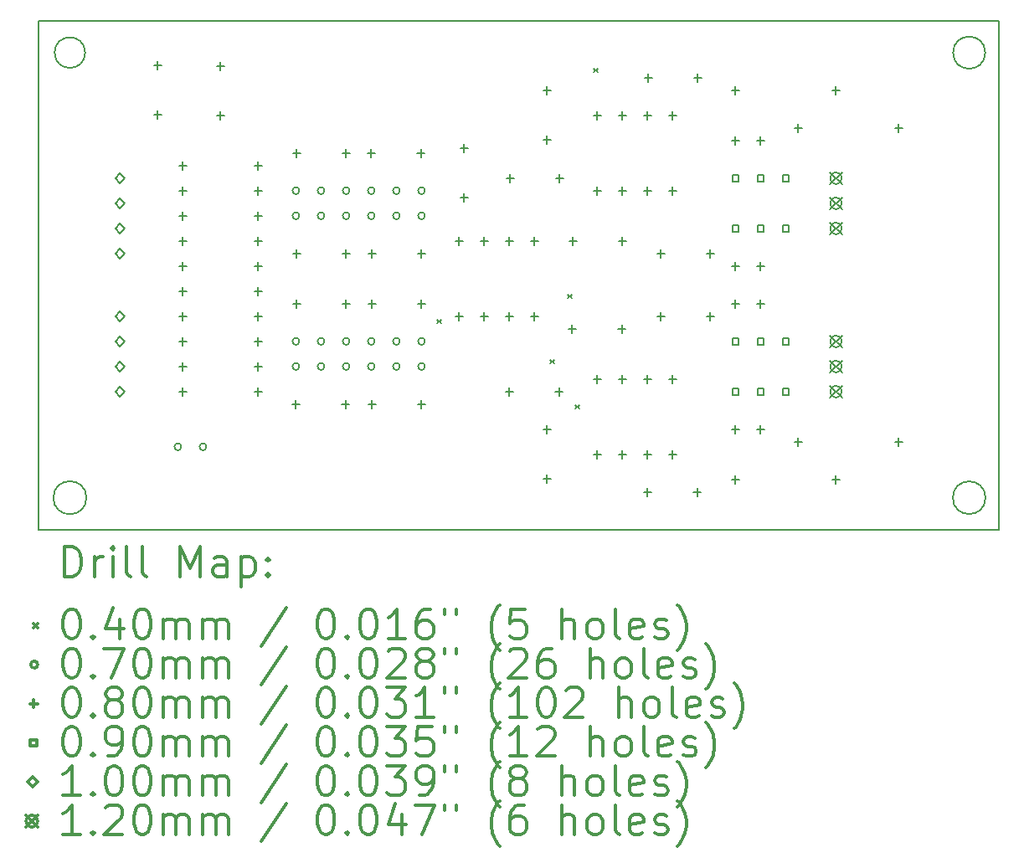
<source format=gbr>
%FSLAX45Y45*%
G04 Gerber Fmt 4.5, Leading zero omitted, Abs format (unit mm)*
G04 Created by KiCad (PCBNEW 4.0.7) date 03/28/18 16:02:03*
%MOMM*%
%LPD*%
G01*
G04 APERTURE LIST*
%ADD10C,0.127000*%
%ADD11C,0.150000*%
%ADD12C,0.200000*%
%ADD13C,0.300000*%
G04 APERTURE END LIST*
D10*
D11*
X10962042Y-11995150D02*
G75*
G03X10962042Y-11995150I-167042J0D01*
G01*
X20053422Y-11995150D02*
G75*
G03X20053422Y-11995150I-165222J0D01*
G01*
X10949502Y-7493000D02*
G75*
G03X10949502Y-7493000I-154502J0D01*
G01*
X20050839Y-7493000D02*
G75*
G03X20050839Y-7493000I-162639J0D01*
G01*
X10477500Y-12319000D02*
X10477500Y-7175500D01*
X20193000Y-12319000D02*
X10477500Y-12319000D01*
X20193000Y-7175500D02*
X20193000Y-12319000D01*
X10477500Y-7175500D02*
X20193000Y-7175500D01*
D12*
X14508800Y-10190800D02*
X14548800Y-10230800D01*
X14548800Y-10190800D02*
X14508800Y-10230800D01*
X15651800Y-10597200D02*
X15691800Y-10637200D01*
X15691800Y-10597200D02*
X15651800Y-10637200D01*
X15829600Y-9936800D02*
X15869600Y-9976800D01*
X15869600Y-9936800D02*
X15829600Y-9976800D01*
X15905800Y-11054400D02*
X15945800Y-11094400D01*
X15945800Y-11054400D02*
X15905800Y-11094400D01*
X16094854Y-7650800D02*
X16134854Y-7690800D01*
X16134854Y-7650800D02*
X16094854Y-7690800D01*
X11922200Y-11480800D02*
G75*
G03X11922200Y-11480800I-35000J0D01*
G01*
X12176200Y-11480800D02*
G75*
G03X12176200Y-11480800I-35000J0D01*
G01*
X13116000Y-8890000D02*
G75*
G03X13116000Y-8890000I-35000J0D01*
G01*
X13116000Y-9144000D02*
G75*
G03X13116000Y-9144000I-35000J0D01*
G01*
X13116000Y-10414000D02*
G75*
G03X13116000Y-10414000I-35000J0D01*
G01*
X13116000Y-10668000D02*
G75*
G03X13116000Y-10668000I-35000J0D01*
G01*
X13370000Y-8890000D02*
G75*
G03X13370000Y-8890000I-35000J0D01*
G01*
X13370000Y-9144000D02*
G75*
G03X13370000Y-9144000I-35000J0D01*
G01*
X13370000Y-10414000D02*
G75*
G03X13370000Y-10414000I-35000J0D01*
G01*
X13370000Y-10668000D02*
G75*
G03X13370000Y-10668000I-35000J0D01*
G01*
X13624000Y-8890000D02*
G75*
G03X13624000Y-8890000I-35000J0D01*
G01*
X13624000Y-9144000D02*
G75*
G03X13624000Y-9144000I-35000J0D01*
G01*
X13624000Y-10414000D02*
G75*
G03X13624000Y-10414000I-35000J0D01*
G01*
X13624000Y-10668000D02*
G75*
G03X13624000Y-10668000I-35000J0D01*
G01*
X13878000Y-8890000D02*
G75*
G03X13878000Y-8890000I-35000J0D01*
G01*
X13878000Y-9144000D02*
G75*
G03X13878000Y-9144000I-35000J0D01*
G01*
X13878000Y-10414000D02*
G75*
G03X13878000Y-10414000I-35000J0D01*
G01*
X13878000Y-10668000D02*
G75*
G03X13878000Y-10668000I-35000J0D01*
G01*
X14132000Y-8890000D02*
G75*
G03X14132000Y-8890000I-35000J0D01*
G01*
X14132000Y-9144000D02*
G75*
G03X14132000Y-9144000I-35000J0D01*
G01*
X14132000Y-10414000D02*
G75*
G03X14132000Y-10414000I-35000J0D01*
G01*
X14132000Y-10668000D02*
G75*
G03X14132000Y-10668000I-35000J0D01*
G01*
X14386000Y-8890000D02*
G75*
G03X14386000Y-8890000I-35000J0D01*
G01*
X14386000Y-9144000D02*
G75*
G03X14386000Y-9144000I-35000J0D01*
G01*
X14386000Y-10414000D02*
G75*
G03X14386000Y-10414000I-35000J0D01*
G01*
X14386000Y-10668000D02*
G75*
G03X14386000Y-10668000I-35000J0D01*
G01*
X11684000Y-7580000D02*
X11684000Y-7660000D01*
X11644000Y-7620000D02*
X11724000Y-7620000D01*
X11684000Y-8080000D02*
X11684000Y-8160000D01*
X11644000Y-8120000D02*
X11724000Y-8120000D01*
X11938000Y-8596000D02*
X11938000Y-8676000D01*
X11898000Y-8636000D02*
X11978000Y-8636000D01*
X11938000Y-8850000D02*
X11938000Y-8930000D01*
X11898000Y-8890000D02*
X11978000Y-8890000D01*
X11938000Y-9104000D02*
X11938000Y-9184000D01*
X11898000Y-9144000D02*
X11978000Y-9144000D01*
X11938000Y-9358000D02*
X11938000Y-9438000D01*
X11898000Y-9398000D02*
X11978000Y-9398000D01*
X11938000Y-9612000D02*
X11938000Y-9692000D01*
X11898000Y-9652000D02*
X11978000Y-9652000D01*
X11938000Y-9866000D02*
X11938000Y-9946000D01*
X11898000Y-9906000D02*
X11978000Y-9906000D01*
X11938000Y-10120000D02*
X11938000Y-10200000D01*
X11898000Y-10160000D02*
X11978000Y-10160000D01*
X11938000Y-10374000D02*
X11938000Y-10454000D01*
X11898000Y-10414000D02*
X11978000Y-10414000D01*
X11938000Y-10628000D02*
X11938000Y-10708000D01*
X11898000Y-10668000D02*
X11978000Y-10668000D01*
X11938000Y-10882000D02*
X11938000Y-10962000D01*
X11898000Y-10922000D02*
X11978000Y-10922000D01*
X12319000Y-7588000D02*
X12319000Y-7668000D01*
X12279000Y-7628000D02*
X12359000Y-7628000D01*
X12319000Y-8088000D02*
X12319000Y-8168000D01*
X12279000Y-8128000D02*
X12359000Y-8128000D01*
X12700000Y-8596000D02*
X12700000Y-8676000D01*
X12660000Y-8636000D02*
X12740000Y-8636000D01*
X12700000Y-8850000D02*
X12700000Y-8930000D01*
X12660000Y-8890000D02*
X12740000Y-8890000D01*
X12700000Y-9104000D02*
X12700000Y-9184000D01*
X12660000Y-9144000D02*
X12740000Y-9144000D01*
X12700000Y-9358000D02*
X12700000Y-9438000D01*
X12660000Y-9398000D02*
X12740000Y-9398000D01*
X12700000Y-9612000D02*
X12700000Y-9692000D01*
X12660000Y-9652000D02*
X12740000Y-9652000D01*
X12700000Y-9866000D02*
X12700000Y-9946000D01*
X12660000Y-9906000D02*
X12740000Y-9906000D01*
X12700000Y-10120000D02*
X12700000Y-10200000D01*
X12660000Y-10160000D02*
X12740000Y-10160000D01*
X12700000Y-10374000D02*
X12700000Y-10454000D01*
X12660000Y-10414000D02*
X12740000Y-10414000D01*
X12700000Y-10628000D02*
X12700000Y-10708000D01*
X12660000Y-10668000D02*
X12740000Y-10668000D01*
X12700000Y-10882000D02*
X12700000Y-10962000D01*
X12660000Y-10922000D02*
X12740000Y-10922000D01*
X13081000Y-11009000D02*
X13081000Y-11089000D01*
X13041000Y-11049000D02*
X13121000Y-11049000D01*
X13089000Y-8469000D02*
X13089000Y-8549000D01*
X13049000Y-8509000D02*
X13129000Y-8509000D01*
X13089000Y-9485000D02*
X13089000Y-9565000D01*
X13049000Y-9525000D02*
X13129000Y-9525000D01*
X13089000Y-9993000D02*
X13089000Y-10073000D01*
X13049000Y-10033000D02*
X13129000Y-10033000D01*
X13581000Y-11009000D02*
X13581000Y-11089000D01*
X13541000Y-11049000D02*
X13621000Y-11049000D01*
X13589000Y-8469000D02*
X13589000Y-8549000D01*
X13549000Y-8509000D02*
X13629000Y-8509000D01*
X13589000Y-9485000D02*
X13589000Y-9565000D01*
X13549000Y-9525000D02*
X13629000Y-9525000D01*
X13589000Y-9993000D02*
X13589000Y-10073000D01*
X13549000Y-10033000D02*
X13629000Y-10033000D01*
X13843000Y-8469000D02*
X13843000Y-8549000D01*
X13803000Y-8509000D02*
X13883000Y-8509000D01*
X13851000Y-9485000D02*
X13851000Y-9565000D01*
X13811000Y-9525000D02*
X13891000Y-9525000D01*
X13851000Y-9993000D02*
X13851000Y-10073000D01*
X13811000Y-10033000D02*
X13891000Y-10033000D01*
X13851000Y-11009000D02*
X13851000Y-11089000D01*
X13811000Y-11049000D02*
X13891000Y-11049000D01*
X14343000Y-8469000D02*
X14343000Y-8549000D01*
X14303000Y-8509000D02*
X14383000Y-8509000D01*
X14351000Y-9485000D02*
X14351000Y-9565000D01*
X14311000Y-9525000D02*
X14391000Y-9525000D01*
X14351000Y-9993000D02*
X14351000Y-10073000D01*
X14311000Y-10033000D02*
X14391000Y-10033000D01*
X14351000Y-11009000D02*
X14351000Y-11089000D01*
X14311000Y-11049000D02*
X14391000Y-11049000D01*
X14732000Y-9358000D02*
X14732000Y-9438000D01*
X14692000Y-9398000D02*
X14772000Y-9398000D01*
X14732000Y-10120000D02*
X14732000Y-10200000D01*
X14692000Y-10160000D02*
X14772000Y-10160000D01*
X14782800Y-8418200D02*
X14782800Y-8498200D01*
X14742800Y-8458200D02*
X14822800Y-8458200D01*
X14782800Y-8918200D02*
X14782800Y-8998200D01*
X14742800Y-8958200D02*
X14822800Y-8958200D01*
X14986000Y-9358000D02*
X14986000Y-9438000D01*
X14946000Y-9398000D02*
X15026000Y-9398000D01*
X14986000Y-10120000D02*
X14986000Y-10200000D01*
X14946000Y-10160000D02*
X15026000Y-10160000D01*
X15240000Y-9358000D02*
X15240000Y-9438000D01*
X15200000Y-9398000D02*
X15280000Y-9398000D01*
X15240000Y-10120000D02*
X15240000Y-10200000D01*
X15200000Y-10160000D02*
X15280000Y-10160000D01*
X15240000Y-10882000D02*
X15240000Y-10962000D01*
X15200000Y-10922000D02*
X15280000Y-10922000D01*
X15248000Y-8723000D02*
X15248000Y-8803000D01*
X15208000Y-8763000D02*
X15288000Y-8763000D01*
X15494000Y-9358000D02*
X15494000Y-9438000D01*
X15454000Y-9398000D02*
X15534000Y-9398000D01*
X15494000Y-10120000D02*
X15494000Y-10200000D01*
X15454000Y-10160000D02*
X15534000Y-10160000D01*
X15621000Y-7834000D02*
X15621000Y-7914000D01*
X15581000Y-7874000D02*
X15661000Y-7874000D01*
X15621000Y-8334000D02*
X15621000Y-8414000D01*
X15581000Y-8374000D02*
X15661000Y-8374000D01*
X15621000Y-11263000D02*
X15621000Y-11343000D01*
X15581000Y-11303000D02*
X15661000Y-11303000D01*
X15621000Y-11763000D02*
X15621000Y-11843000D01*
X15581000Y-11803000D02*
X15661000Y-11803000D01*
X15740000Y-10882000D02*
X15740000Y-10962000D01*
X15700000Y-10922000D02*
X15780000Y-10922000D01*
X15748000Y-8723000D02*
X15748000Y-8803000D01*
X15708000Y-8763000D02*
X15788000Y-8763000D01*
X15875000Y-10247000D02*
X15875000Y-10327000D01*
X15835000Y-10287000D02*
X15915000Y-10287000D01*
X15883000Y-9358000D02*
X15883000Y-9438000D01*
X15843000Y-9398000D02*
X15923000Y-9398000D01*
X16129000Y-8088000D02*
X16129000Y-8168000D01*
X16089000Y-8128000D02*
X16169000Y-8128000D01*
X16129000Y-8850000D02*
X16129000Y-8930000D01*
X16089000Y-8890000D02*
X16169000Y-8890000D01*
X16129000Y-10755000D02*
X16129000Y-10835000D01*
X16089000Y-10795000D02*
X16169000Y-10795000D01*
X16129000Y-11517000D02*
X16129000Y-11597000D01*
X16089000Y-11557000D02*
X16169000Y-11557000D01*
X16375000Y-10247000D02*
X16375000Y-10327000D01*
X16335000Y-10287000D02*
X16415000Y-10287000D01*
X16383000Y-8088000D02*
X16383000Y-8168000D01*
X16343000Y-8128000D02*
X16423000Y-8128000D01*
X16383000Y-8850000D02*
X16383000Y-8930000D01*
X16343000Y-8890000D02*
X16423000Y-8890000D01*
X16383000Y-9358000D02*
X16383000Y-9438000D01*
X16343000Y-9398000D02*
X16423000Y-9398000D01*
X16383000Y-10755000D02*
X16383000Y-10835000D01*
X16343000Y-10795000D02*
X16423000Y-10795000D01*
X16383000Y-11517000D02*
X16383000Y-11597000D01*
X16343000Y-11557000D02*
X16423000Y-11557000D01*
X16637000Y-8088000D02*
X16637000Y-8168000D01*
X16597000Y-8128000D02*
X16677000Y-8128000D01*
X16637000Y-8850000D02*
X16637000Y-8930000D01*
X16597000Y-8890000D02*
X16677000Y-8890000D01*
X16637000Y-10755000D02*
X16637000Y-10835000D01*
X16597000Y-10795000D02*
X16677000Y-10795000D01*
X16637000Y-11517000D02*
X16637000Y-11597000D01*
X16597000Y-11557000D02*
X16677000Y-11557000D01*
X16637000Y-11898000D02*
X16637000Y-11978000D01*
X16597000Y-11938000D02*
X16677000Y-11938000D01*
X16645000Y-7707000D02*
X16645000Y-7787000D01*
X16605000Y-7747000D02*
X16685000Y-7747000D01*
X16772000Y-9485000D02*
X16772000Y-9565000D01*
X16732000Y-9525000D02*
X16812000Y-9525000D01*
X16772000Y-10120000D02*
X16772000Y-10200000D01*
X16732000Y-10160000D02*
X16812000Y-10160000D01*
X16891000Y-8088000D02*
X16891000Y-8168000D01*
X16851000Y-8128000D02*
X16931000Y-8128000D01*
X16891000Y-8850000D02*
X16891000Y-8930000D01*
X16851000Y-8890000D02*
X16931000Y-8890000D01*
X16891000Y-10755000D02*
X16891000Y-10835000D01*
X16851000Y-10795000D02*
X16931000Y-10795000D01*
X16891000Y-11517000D02*
X16891000Y-11597000D01*
X16851000Y-11557000D02*
X16931000Y-11557000D01*
X17137000Y-11898000D02*
X17137000Y-11978000D01*
X17097000Y-11938000D02*
X17177000Y-11938000D01*
X17145000Y-7707000D02*
X17145000Y-7787000D01*
X17105000Y-7747000D02*
X17185000Y-7747000D01*
X17272000Y-9485000D02*
X17272000Y-9565000D01*
X17232000Y-9525000D02*
X17312000Y-9525000D01*
X17272000Y-10120000D02*
X17272000Y-10200000D01*
X17232000Y-10160000D02*
X17312000Y-10160000D01*
X17526000Y-7834000D02*
X17526000Y-7914000D01*
X17486000Y-7874000D02*
X17566000Y-7874000D01*
X17526000Y-8342000D02*
X17526000Y-8422000D01*
X17486000Y-8382000D02*
X17566000Y-8382000D01*
X17526000Y-9612000D02*
X17526000Y-9692000D01*
X17486000Y-9652000D02*
X17566000Y-9652000D01*
X17526000Y-9993000D02*
X17526000Y-10073000D01*
X17486000Y-10033000D02*
X17566000Y-10033000D01*
X17526000Y-11263000D02*
X17526000Y-11343000D01*
X17486000Y-11303000D02*
X17566000Y-11303000D01*
X17526000Y-11771000D02*
X17526000Y-11851000D01*
X17486000Y-11811000D02*
X17566000Y-11811000D01*
X17780000Y-8342000D02*
X17780000Y-8422000D01*
X17740000Y-8382000D02*
X17820000Y-8382000D01*
X17780000Y-9612000D02*
X17780000Y-9692000D01*
X17740000Y-9652000D02*
X17820000Y-9652000D01*
X17780000Y-9993000D02*
X17780000Y-10073000D01*
X17740000Y-10033000D02*
X17820000Y-10033000D01*
X17780000Y-11263000D02*
X17780000Y-11343000D01*
X17740000Y-11303000D02*
X17820000Y-11303000D01*
X18161000Y-8215000D02*
X18161000Y-8295000D01*
X18121000Y-8255000D02*
X18201000Y-8255000D01*
X18161000Y-11390000D02*
X18161000Y-11470000D01*
X18121000Y-11430000D02*
X18201000Y-11430000D01*
X18542000Y-7834000D02*
X18542000Y-7914000D01*
X18502000Y-7874000D02*
X18582000Y-7874000D01*
X18542000Y-11771000D02*
X18542000Y-11851000D01*
X18502000Y-11811000D02*
X18582000Y-11811000D01*
X19177000Y-8215000D02*
X19177000Y-8295000D01*
X19137000Y-8255000D02*
X19217000Y-8255000D01*
X19177000Y-11390000D02*
X19177000Y-11470000D01*
X19137000Y-11430000D02*
X19217000Y-11430000D01*
X17557820Y-8794820D02*
X17557820Y-8731180D01*
X17494180Y-8731180D01*
X17494180Y-8794820D01*
X17557820Y-8794820D01*
X17557820Y-9302820D02*
X17557820Y-9239180D01*
X17494180Y-9239180D01*
X17494180Y-9302820D01*
X17557820Y-9302820D01*
X17557820Y-10445820D02*
X17557820Y-10382180D01*
X17494180Y-10382180D01*
X17494180Y-10445820D01*
X17557820Y-10445820D01*
X17557820Y-10953820D02*
X17557820Y-10890180D01*
X17494180Y-10890180D01*
X17494180Y-10953820D01*
X17557820Y-10953820D01*
X17811820Y-8794820D02*
X17811820Y-8731180D01*
X17748180Y-8731180D01*
X17748180Y-8794820D01*
X17811820Y-8794820D01*
X17811820Y-9302820D02*
X17811820Y-9239180D01*
X17748180Y-9239180D01*
X17748180Y-9302820D01*
X17811820Y-9302820D01*
X17811820Y-10445820D02*
X17811820Y-10382180D01*
X17748180Y-10382180D01*
X17748180Y-10445820D01*
X17811820Y-10445820D01*
X17811820Y-10953820D02*
X17811820Y-10890180D01*
X17748180Y-10890180D01*
X17748180Y-10953820D01*
X17811820Y-10953820D01*
X18065820Y-8794820D02*
X18065820Y-8731180D01*
X18002180Y-8731180D01*
X18002180Y-8794820D01*
X18065820Y-8794820D01*
X18065820Y-9302820D02*
X18065820Y-9239180D01*
X18002180Y-9239180D01*
X18002180Y-9302820D01*
X18065820Y-9302820D01*
X18065820Y-10445820D02*
X18065820Y-10382180D01*
X18002180Y-10382180D01*
X18002180Y-10445820D01*
X18065820Y-10445820D01*
X18065820Y-10953820D02*
X18065820Y-10890180D01*
X18002180Y-10890180D01*
X18002180Y-10953820D01*
X18065820Y-10953820D01*
X11303000Y-8813000D02*
X11353000Y-8763000D01*
X11303000Y-8713000D01*
X11253000Y-8763000D01*
X11303000Y-8813000D01*
X11303000Y-9067000D02*
X11353000Y-9017000D01*
X11303000Y-8967000D01*
X11253000Y-9017000D01*
X11303000Y-9067000D01*
X11303000Y-9321000D02*
X11353000Y-9271000D01*
X11303000Y-9221000D01*
X11253000Y-9271000D01*
X11303000Y-9321000D01*
X11303000Y-9575000D02*
X11353000Y-9525000D01*
X11303000Y-9475000D01*
X11253000Y-9525000D01*
X11303000Y-9575000D01*
X11303000Y-10210000D02*
X11353000Y-10160000D01*
X11303000Y-10110000D01*
X11253000Y-10160000D01*
X11303000Y-10210000D01*
X11303000Y-10464000D02*
X11353000Y-10414000D01*
X11303000Y-10364000D01*
X11253000Y-10414000D01*
X11303000Y-10464000D01*
X11303000Y-10718000D02*
X11353000Y-10668000D01*
X11303000Y-10618000D01*
X11253000Y-10668000D01*
X11303000Y-10718000D01*
X11303000Y-10972000D02*
X11353000Y-10922000D01*
X11303000Y-10872000D01*
X11253000Y-10922000D01*
X11303000Y-10972000D01*
X18482000Y-8703000D02*
X18602000Y-8823000D01*
X18602000Y-8703000D02*
X18482000Y-8823000D01*
X18602000Y-8763000D02*
G75*
G03X18602000Y-8763000I-60000J0D01*
G01*
X18482000Y-8957000D02*
X18602000Y-9077000D01*
X18602000Y-8957000D02*
X18482000Y-9077000D01*
X18602000Y-9017000D02*
G75*
G03X18602000Y-9017000I-60000J0D01*
G01*
X18482000Y-9211000D02*
X18602000Y-9331000D01*
X18602000Y-9211000D02*
X18482000Y-9331000D01*
X18602000Y-9271000D02*
G75*
G03X18602000Y-9271000I-60000J0D01*
G01*
X18482000Y-10354000D02*
X18602000Y-10474000D01*
X18602000Y-10354000D02*
X18482000Y-10474000D01*
X18602000Y-10414000D02*
G75*
G03X18602000Y-10414000I-60000J0D01*
G01*
X18482000Y-10608000D02*
X18602000Y-10728000D01*
X18602000Y-10608000D02*
X18482000Y-10728000D01*
X18602000Y-10668000D02*
G75*
G03X18602000Y-10668000I-60000J0D01*
G01*
X18482000Y-10862000D02*
X18602000Y-10982000D01*
X18602000Y-10862000D02*
X18482000Y-10982000D01*
X18602000Y-10922000D02*
G75*
G03X18602000Y-10922000I-60000J0D01*
G01*
D13*
X10741429Y-12792214D02*
X10741429Y-12492214D01*
X10812857Y-12492214D01*
X10855714Y-12506500D01*
X10884286Y-12535071D01*
X10898571Y-12563643D01*
X10912857Y-12620786D01*
X10912857Y-12663643D01*
X10898571Y-12720786D01*
X10884286Y-12749357D01*
X10855714Y-12777929D01*
X10812857Y-12792214D01*
X10741429Y-12792214D01*
X11041429Y-12792214D02*
X11041429Y-12592214D01*
X11041429Y-12649357D02*
X11055714Y-12620786D01*
X11070000Y-12606500D01*
X11098571Y-12592214D01*
X11127143Y-12592214D01*
X11227143Y-12792214D02*
X11227143Y-12592214D01*
X11227143Y-12492214D02*
X11212857Y-12506500D01*
X11227143Y-12520786D01*
X11241428Y-12506500D01*
X11227143Y-12492214D01*
X11227143Y-12520786D01*
X11412857Y-12792214D02*
X11384286Y-12777929D01*
X11370000Y-12749357D01*
X11370000Y-12492214D01*
X11570000Y-12792214D02*
X11541428Y-12777929D01*
X11527143Y-12749357D01*
X11527143Y-12492214D01*
X11912857Y-12792214D02*
X11912857Y-12492214D01*
X12012857Y-12706500D01*
X12112857Y-12492214D01*
X12112857Y-12792214D01*
X12384286Y-12792214D02*
X12384286Y-12635071D01*
X12370000Y-12606500D01*
X12341428Y-12592214D01*
X12284286Y-12592214D01*
X12255714Y-12606500D01*
X12384286Y-12777929D02*
X12355714Y-12792214D01*
X12284286Y-12792214D01*
X12255714Y-12777929D01*
X12241428Y-12749357D01*
X12241428Y-12720786D01*
X12255714Y-12692214D01*
X12284286Y-12677929D01*
X12355714Y-12677929D01*
X12384286Y-12663643D01*
X12527143Y-12592214D02*
X12527143Y-12892214D01*
X12527143Y-12606500D02*
X12555714Y-12592214D01*
X12612857Y-12592214D01*
X12641428Y-12606500D01*
X12655714Y-12620786D01*
X12670000Y-12649357D01*
X12670000Y-12735071D01*
X12655714Y-12763643D01*
X12641428Y-12777929D01*
X12612857Y-12792214D01*
X12555714Y-12792214D01*
X12527143Y-12777929D01*
X12798571Y-12763643D02*
X12812857Y-12777929D01*
X12798571Y-12792214D01*
X12784286Y-12777929D01*
X12798571Y-12763643D01*
X12798571Y-12792214D01*
X12798571Y-12606500D02*
X12812857Y-12620786D01*
X12798571Y-12635071D01*
X12784286Y-12620786D01*
X12798571Y-12606500D01*
X12798571Y-12635071D01*
X10430000Y-13266500D02*
X10470000Y-13306500D01*
X10470000Y-13266500D02*
X10430000Y-13306500D01*
X10798571Y-13122214D02*
X10827143Y-13122214D01*
X10855714Y-13136500D01*
X10870000Y-13150786D01*
X10884286Y-13179357D01*
X10898571Y-13236500D01*
X10898571Y-13307929D01*
X10884286Y-13365071D01*
X10870000Y-13393643D01*
X10855714Y-13407929D01*
X10827143Y-13422214D01*
X10798571Y-13422214D01*
X10770000Y-13407929D01*
X10755714Y-13393643D01*
X10741429Y-13365071D01*
X10727143Y-13307929D01*
X10727143Y-13236500D01*
X10741429Y-13179357D01*
X10755714Y-13150786D01*
X10770000Y-13136500D01*
X10798571Y-13122214D01*
X11027143Y-13393643D02*
X11041429Y-13407929D01*
X11027143Y-13422214D01*
X11012857Y-13407929D01*
X11027143Y-13393643D01*
X11027143Y-13422214D01*
X11298571Y-13222214D02*
X11298571Y-13422214D01*
X11227143Y-13107929D02*
X11155714Y-13322214D01*
X11341428Y-13322214D01*
X11512857Y-13122214D02*
X11541428Y-13122214D01*
X11570000Y-13136500D01*
X11584286Y-13150786D01*
X11598571Y-13179357D01*
X11612857Y-13236500D01*
X11612857Y-13307929D01*
X11598571Y-13365071D01*
X11584286Y-13393643D01*
X11570000Y-13407929D01*
X11541428Y-13422214D01*
X11512857Y-13422214D01*
X11484286Y-13407929D01*
X11470000Y-13393643D01*
X11455714Y-13365071D01*
X11441428Y-13307929D01*
X11441428Y-13236500D01*
X11455714Y-13179357D01*
X11470000Y-13150786D01*
X11484286Y-13136500D01*
X11512857Y-13122214D01*
X11741428Y-13422214D02*
X11741428Y-13222214D01*
X11741428Y-13250786D02*
X11755714Y-13236500D01*
X11784286Y-13222214D01*
X11827143Y-13222214D01*
X11855714Y-13236500D01*
X11870000Y-13265071D01*
X11870000Y-13422214D01*
X11870000Y-13265071D02*
X11884286Y-13236500D01*
X11912857Y-13222214D01*
X11955714Y-13222214D01*
X11984286Y-13236500D01*
X11998571Y-13265071D01*
X11998571Y-13422214D01*
X12141428Y-13422214D02*
X12141428Y-13222214D01*
X12141428Y-13250786D02*
X12155714Y-13236500D01*
X12184286Y-13222214D01*
X12227143Y-13222214D01*
X12255714Y-13236500D01*
X12270000Y-13265071D01*
X12270000Y-13422214D01*
X12270000Y-13265071D02*
X12284286Y-13236500D01*
X12312857Y-13222214D01*
X12355714Y-13222214D01*
X12384286Y-13236500D01*
X12398571Y-13265071D01*
X12398571Y-13422214D01*
X12984286Y-13107929D02*
X12727143Y-13493643D01*
X13370000Y-13122214D02*
X13398571Y-13122214D01*
X13427143Y-13136500D01*
X13441428Y-13150786D01*
X13455714Y-13179357D01*
X13470000Y-13236500D01*
X13470000Y-13307929D01*
X13455714Y-13365071D01*
X13441428Y-13393643D01*
X13427143Y-13407929D01*
X13398571Y-13422214D01*
X13370000Y-13422214D01*
X13341428Y-13407929D01*
X13327143Y-13393643D01*
X13312857Y-13365071D01*
X13298571Y-13307929D01*
X13298571Y-13236500D01*
X13312857Y-13179357D01*
X13327143Y-13150786D01*
X13341428Y-13136500D01*
X13370000Y-13122214D01*
X13598571Y-13393643D02*
X13612857Y-13407929D01*
X13598571Y-13422214D01*
X13584286Y-13407929D01*
X13598571Y-13393643D01*
X13598571Y-13422214D01*
X13798571Y-13122214D02*
X13827143Y-13122214D01*
X13855714Y-13136500D01*
X13870000Y-13150786D01*
X13884285Y-13179357D01*
X13898571Y-13236500D01*
X13898571Y-13307929D01*
X13884285Y-13365071D01*
X13870000Y-13393643D01*
X13855714Y-13407929D01*
X13827143Y-13422214D01*
X13798571Y-13422214D01*
X13770000Y-13407929D01*
X13755714Y-13393643D01*
X13741428Y-13365071D01*
X13727143Y-13307929D01*
X13727143Y-13236500D01*
X13741428Y-13179357D01*
X13755714Y-13150786D01*
X13770000Y-13136500D01*
X13798571Y-13122214D01*
X14184285Y-13422214D02*
X14012857Y-13422214D01*
X14098571Y-13422214D02*
X14098571Y-13122214D01*
X14070000Y-13165071D01*
X14041428Y-13193643D01*
X14012857Y-13207929D01*
X14441428Y-13122214D02*
X14384285Y-13122214D01*
X14355714Y-13136500D01*
X14341428Y-13150786D01*
X14312857Y-13193643D01*
X14298571Y-13250786D01*
X14298571Y-13365071D01*
X14312857Y-13393643D01*
X14327143Y-13407929D01*
X14355714Y-13422214D01*
X14412857Y-13422214D01*
X14441428Y-13407929D01*
X14455714Y-13393643D01*
X14470000Y-13365071D01*
X14470000Y-13293643D01*
X14455714Y-13265071D01*
X14441428Y-13250786D01*
X14412857Y-13236500D01*
X14355714Y-13236500D01*
X14327143Y-13250786D01*
X14312857Y-13265071D01*
X14298571Y-13293643D01*
X14584286Y-13122214D02*
X14584286Y-13179357D01*
X14698571Y-13122214D02*
X14698571Y-13179357D01*
X15141428Y-13536500D02*
X15127143Y-13522214D01*
X15098571Y-13479357D01*
X15084285Y-13450786D01*
X15070000Y-13407929D01*
X15055714Y-13336500D01*
X15055714Y-13279357D01*
X15070000Y-13207929D01*
X15084285Y-13165071D01*
X15098571Y-13136500D01*
X15127143Y-13093643D01*
X15141428Y-13079357D01*
X15398571Y-13122214D02*
X15255714Y-13122214D01*
X15241428Y-13265071D01*
X15255714Y-13250786D01*
X15284285Y-13236500D01*
X15355714Y-13236500D01*
X15384285Y-13250786D01*
X15398571Y-13265071D01*
X15412857Y-13293643D01*
X15412857Y-13365071D01*
X15398571Y-13393643D01*
X15384285Y-13407929D01*
X15355714Y-13422214D01*
X15284285Y-13422214D01*
X15255714Y-13407929D01*
X15241428Y-13393643D01*
X15770000Y-13422214D02*
X15770000Y-13122214D01*
X15898571Y-13422214D02*
X15898571Y-13265071D01*
X15884285Y-13236500D01*
X15855714Y-13222214D01*
X15812857Y-13222214D01*
X15784285Y-13236500D01*
X15770000Y-13250786D01*
X16084285Y-13422214D02*
X16055714Y-13407929D01*
X16041428Y-13393643D01*
X16027143Y-13365071D01*
X16027143Y-13279357D01*
X16041428Y-13250786D01*
X16055714Y-13236500D01*
X16084285Y-13222214D01*
X16127143Y-13222214D01*
X16155714Y-13236500D01*
X16170000Y-13250786D01*
X16184285Y-13279357D01*
X16184285Y-13365071D01*
X16170000Y-13393643D01*
X16155714Y-13407929D01*
X16127143Y-13422214D01*
X16084285Y-13422214D01*
X16355714Y-13422214D02*
X16327143Y-13407929D01*
X16312857Y-13379357D01*
X16312857Y-13122214D01*
X16584286Y-13407929D02*
X16555714Y-13422214D01*
X16498571Y-13422214D01*
X16470000Y-13407929D01*
X16455714Y-13379357D01*
X16455714Y-13265071D01*
X16470000Y-13236500D01*
X16498571Y-13222214D01*
X16555714Y-13222214D01*
X16584286Y-13236500D01*
X16598571Y-13265071D01*
X16598571Y-13293643D01*
X16455714Y-13322214D01*
X16712857Y-13407929D02*
X16741428Y-13422214D01*
X16798571Y-13422214D01*
X16827143Y-13407929D01*
X16841429Y-13379357D01*
X16841429Y-13365071D01*
X16827143Y-13336500D01*
X16798571Y-13322214D01*
X16755714Y-13322214D01*
X16727143Y-13307929D01*
X16712857Y-13279357D01*
X16712857Y-13265071D01*
X16727143Y-13236500D01*
X16755714Y-13222214D01*
X16798571Y-13222214D01*
X16827143Y-13236500D01*
X16941428Y-13536500D02*
X16955714Y-13522214D01*
X16984286Y-13479357D01*
X16998571Y-13450786D01*
X17012857Y-13407929D01*
X17027143Y-13336500D01*
X17027143Y-13279357D01*
X17012857Y-13207929D01*
X16998571Y-13165071D01*
X16984286Y-13136500D01*
X16955714Y-13093643D01*
X16941428Y-13079357D01*
X10470000Y-13682500D02*
G75*
G03X10470000Y-13682500I-35000J0D01*
G01*
X10798571Y-13518214D02*
X10827143Y-13518214D01*
X10855714Y-13532500D01*
X10870000Y-13546786D01*
X10884286Y-13575357D01*
X10898571Y-13632500D01*
X10898571Y-13703929D01*
X10884286Y-13761071D01*
X10870000Y-13789643D01*
X10855714Y-13803929D01*
X10827143Y-13818214D01*
X10798571Y-13818214D01*
X10770000Y-13803929D01*
X10755714Y-13789643D01*
X10741429Y-13761071D01*
X10727143Y-13703929D01*
X10727143Y-13632500D01*
X10741429Y-13575357D01*
X10755714Y-13546786D01*
X10770000Y-13532500D01*
X10798571Y-13518214D01*
X11027143Y-13789643D02*
X11041429Y-13803929D01*
X11027143Y-13818214D01*
X11012857Y-13803929D01*
X11027143Y-13789643D01*
X11027143Y-13818214D01*
X11141428Y-13518214D02*
X11341428Y-13518214D01*
X11212857Y-13818214D01*
X11512857Y-13518214D02*
X11541428Y-13518214D01*
X11570000Y-13532500D01*
X11584286Y-13546786D01*
X11598571Y-13575357D01*
X11612857Y-13632500D01*
X11612857Y-13703929D01*
X11598571Y-13761071D01*
X11584286Y-13789643D01*
X11570000Y-13803929D01*
X11541428Y-13818214D01*
X11512857Y-13818214D01*
X11484286Y-13803929D01*
X11470000Y-13789643D01*
X11455714Y-13761071D01*
X11441428Y-13703929D01*
X11441428Y-13632500D01*
X11455714Y-13575357D01*
X11470000Y-13546786D01*
X11484286Y-13532500D01*
X11512857Y-13518214D01*
X11741428Y-13818214D02*
X11741428Y-13618214D01*
X11741428Y-13646786D02*
X11755714Y-13632500D01*
X11784286Y-13618214D01*
X11827143Y-13618214D01*
X11855714Y-13632500D01*
X11870000Y-13661071D01*
X11870000Y-13818214D01*
X11870000Y-13661071D02*
X11884286Y-13632500D01*
X11912857Y-13618214D01*
X11955714Y-13618214D01*
X11984286Y-13632500D01*
X11998571Y-13661071D01*
X11998571Y-13818214D01*
X12141428Y-13818214D02*
X12141428Y-13618214D01*
X12141428Y-13646786D02*
X12155714Y-13632500D01*
X12184286Y-13618214D01*
X12227143Y-13618214D01*
X12255714Y-13632500D01*
X12270000Y-13661071D01*
X12270000Y-13818214D01*
X12270000Y-13661071D02*
X12284286Y-13632500D01*
X12312857Y-13618214D01*
X12355714Y-13618214D01*
X12384286Y-13632500D01*
X12398571Y-13661071D01*
X12398571Y-13818214D01*
X12984286Y-13503929D02*
X12727143Y-13889643D01*
X13370000Y-13518214D02*
X13398571Y-13518214D01*
X13427143Y-13532500D01*
X13441428Y-13546786D01*
X13455714Y-13575357D01*
X13470000Y-13632500D01*
X13470000Y-13703929D01*
X13455714Y-13761071D01*
X13441428Y-13789643D01*
X13427143Y-13803929D01*
X13398571Y-13818214D01*
X13370000Y-13818214D01*
X13341428Y-13803929D01*
X13327143Y-13789643D01*
X13312857Y-13761071D01*
X13298571Y-13703929D01*
X13298571Y-13632500D01*
X13312857Y-13575357D01*
X13327143Y-13546786D01*
X13341428Y-13532500D01*
X13370000Y-13518214D01*
X13598571Y-13789643D02*
X13612857Y-13803929D01*
X13598571Y-13818214D01*
X13584286Y-13803929D01*
X13598571Y-13789643D01*
X13598571Y-13818214D01*
X13798571Y-13518214D02*
X13827143Y-13518214D01*
X13855714Y-13532500D01*
X13870000Y-13546786D01*
X13884285Y-13575357D01*
X13898571Y-13632500D01*
X13898571Y-13703929D01*
X13884285Y-13761071D01*
X13870000Y-13789643D01*
X13855714Y-13803929D01*
X13827143Y-13818214D01*
X13798571Y-13818214D01*
X13770000Y-13803929D01*
X13755714Y-13789643D01*
X13741428Y-13761071D01*
X13727143Y-13703929D01*
X13727143Y-13632500D01*
X13741428Y-13575357D01*
X13755714Y-13546786D01*
X13770000Y-13532500D01*
X13798571Y-13518214D01*
X14012857Y-13546786D02*
X14027143Y-13532500D01*
X14055714Y-13518214D01*
X14127143Y-13518214D01*
X14155714Y-13532500D01*
X14170000Y-13546786D01*
X14184285Y-13575357D01*
X14184285Y-13603929D01*
X14170000Y-13646786D01*
X13998571Y-13818214D01*
X14184285Y-13818214D01*
X14355714Y-13646786D02*
X14327143Y-13632500D01*
X14312857Y-13618214D01*
X14298571Y-13589643D01*
X14298571Y-13575357D01*
X14312857Y-13546786D01*
X14327143Y-13532500D01*
X14355714Y-13518214D01*
X14412857Y-13518214D01*
X14441428Y-13532500D01*
X14455714Y-13546786D01*
X14470000Y-13575357D01*
X14470000Y-13589643D01*
X14455714Y-13618214D01*
X14441428Y-13632500D01*
X14412857Y-13646786D01*
X14355714Y-13646786D01*
X14327143Y-13661071D01*
X14312857Y-13675357D01*
X14298571Y-13703929D01*
X14298571Y-13761071D01*
X14312857Y-13789643D01*
X14327143Y-13803929D01*
X14355714Y-13818214D01*
X14412857Y-13818214D01*
X14441428Y-13803929D01*
X14455714Y-13789643D01*
X14470000Y-13761071D01*
X14470000Y-13703929D01*
X14455714Y-13675357D01*
X14441428Y-13661071D01*
X14412857Y-13646786D01*
X14584286Y-13518214D02*
X14584286Y-13575357D01*
X14698571Y-13518214D02*
X14698571Y-13575357D01*
X15141428Y-13932500D02*
X15127143Y-13918214D01*
X15098571Y-13875357D01*
X15084285Y-13846786D01*
X15070000Y-13803929D01*
X15055714Y-13732500D01*
X15055714Y-13675357D01*
X15070000Y-13603929D01*
X15084285Y-13561071D01*
X15098571Y-13532500D01*
X15127143Y-13489643D01*
X15141428Y-13475357D01*
X15241428Y-13546786D02*
X15255714Y-13532500D01*
X15284285Y-13518214D01*
X15355714Y-13518214D01*
X15384285Y-13532500D01*
X15398571Y-13546786D01*
X15412857Y-13575357D01*
X15412857Y-13603929D01*
X15398571Y-13646786D01*
X15227143Y-13818214D01*
X15412857Y-13818214D01*
X15670000Y-13518214D02*
X15612857Y-13518214D01*
X15584285Y-13532500D01*
X15570000Y-13546786D01*
X15541428Y-13589643D01*
X15527143Y-13646786D01*
X15527143Y-13761071D01*
X15541428Y-13789643D01*
X15555714Y-13803929D01*
X15584285Y-13818214D01*
X15641428Y-13818214D01*
X15670000Y-13803929D01*
X15684285Y-13789643D01*
X15698571Y-13761071D01*
X15698571Y-13689643D01*
X15684285Y-13661071D01*
X15670000Y-13646786D01*
X15641428Y-13632500D01*
X15584285Y-13632500D01*
X15555714Y-13646786D01*
X15541428Y-13661071D01*
X15527143Y-13689643D01*
X16055714Y-13818214D02*
X16055714Y-13518214D01*
X16184285Y-13818214D02*
X16184285Y-13661071D01*
X16170000Y-13632500D01*
X16141428Y-13618214D01*
X16098571Y-13618214D01*
X16070000Y-13632500D01*
X16055714Y-13646786D01*
X16370000Y-13818214D02*
X16341428Y-13803929D01*
X16327143Y-13789643D01*
X16312857Y-13761071D01*
X16312857Y-13675357D01*
X16327143Y-13646786D01*
X16341428Y-13632500D01*
X16370000Y-13618214D01*
X16412857Y-13618214D01*
X16441428Y-13632500D01*
X16455714Y-13646786D01*
X16470000Y-13675357D01*
X16470000Y-13761071D01*
X16455714Y-13789643D01*
X16441428Y-13803929D01*
X16412857Y-13818214D01*
X16370000Y-13818214D01*
X16641428Y-13818214D02*
X16612857Y-13803929D01*
X16598571Y-13775357D01*
X16598571Y-13518214D01*
X16870000Y-13803929D02*
X16841429Y-13818214D01*
X16784286Y-13818214D01*
X16755714Y-13803929D01*
X16741428Y-13775357D01*
X16741428Y-13661071D01*
X16755714Y-13632500D01*
X16784286Y-13618214D01*
X16841429Y-13618214D01*
X16870000Y-13632500D01*
X16884286Y-13661071D01*
X16884286Y-13689643D01*
X16741428Y-13718214D01*
X16998571Y-13803929D02*
X17027143Y-13818214D01*
X17084286Y-13818214D01*
X17112857Y-13803929D01*
X17127143Y-13775357D01*
X17127143Y-13761071D01*
X17112857Y-13732500D01*
X17084286Y-13718214D01*
X17041429Y-13718214D01*
X17012857Y-13703929D01*
X16998571Y-13675357D01*
X16998571Y-13661071D01*
X17012857Y-13632500D01*
X17041429Y-13618214D01*
X17084286Y-13618214D01*
X17112857Y-13632500D01*
X17227143Y-13932500D02*
X17241429Y-13918214D01*
X17270000Y-13875357D01*
X17284286Y-13846786D01*
X17298571Y-13803929D01*
X17312857Y-13732500D01*
X17312857Y-13675357D01*
X17298571Y-13603929D01*
X17284286Y-13561071D01*
X17270000Y-13532500D01*
X17241429Y-13489643D01*
X17227143Y-13475357D01*
X10430000Y-14038500D02*
X10430000Y-14118500D01*
X10390000Y-14078500D02*
X10470000Y-14078500D01*
X10798571Y-13914214D02*
X10827143Y-13914214D01*
X10855714Y-13928500D01*
X10870000Y-13942786D01*
X10884286Y-13971357D01*
X10898571Y-14028500D01*
X10898571Y-14099929D01*
X10884286Y-14157071D01*
X10870000Y-14185643D01*
X10855714Y-14199929D01*
X10827143Y-14214214D01*
X10798571Y-14214214D01*
X10770000Y-14199929D01*
X10755714Y-14185643D01*
X10741429Y-14157071D01*
X10727143Y-14099929D01*
X10727143Y-14028500D01*
X10741429Y-13971357D01*
X10755714Y-13942786D01*
X10770000Y-13928500D01*
X10798571Y-13914214D01*
X11027143Y-14185643D02*
X11041429Y-14199929D01*
X11027143Y-14214214D01*
X11012857Y-14199929D01*
X11027143Y-14185643D01*
X11027143Y-14214214D01*
X11212857Y-14042786D02*
X11184286Y-14028500D01*
X11170000Y-14014214D01*
X11155714Y-13985643D01*
X11155714Y-13971357D01*
X11170000Y-13942786D01*
X11184286Y-13928500D01*
X11212857Y-13914214D01*
X11270000Y-13914214D01*
X11298571Y-13928500D01*
X11312857Y-13942786D01*
X11327143Y-13971357D01*
X11327143Y-13985643D01*
X11312857Y-14014214D01*
X11298571Y-14028500D01*
X11270000Y-14042786D01*
X11212857Y-14042786D01*
X11184286Y-14057071D01*
X11170000Y-14071357D01*
X11155714Y-14099929D01*
X11155714Y-14157071D01*
X11170000Y-14185643D01*
X11184286Y-14199929D01*
X11212857Y-14214214D01*
X11270000Y-14214214D01*
X11298571Y-14199929D01*
X11312857Y-14185643D01*
X11327143Y-14157071D01*
X11327143Y-14099929D01*
X11312857Y-14071357D01*
X11298571Y-14057071D01*
X11270000Y-14042786D01*
X11512857Y-13914214D02*
X11541428Y-13914214D01*
X11570000Y-13928500D01*
X11584286Y-13942786D01*
X11598571Y-13971357D01*
X11612857Y-14028500D01*
X11612857Y-14099929D01*
X11598571Y-14157071D01*
X11584286Y-14185643D01*
X11570000Y-14199929D01*
X11541428Y-14214214D01*
X11512857Y-14214214D01*
X11484286Y-14199929D01*
X11470000Y-14185643D01*
X11455714Y-14157071D01*
X11441428Y-14099929D01*
X11441428Y-14028500D01*
X11455714Y-13971357D01*
X11470000Y-13942786D01*
X11484286Y-13928500D01*
X11512857Y-13914214D01*
X11741428Y-14214214D02*
X11741428Y-14014214D01*
X11741428Y-14042786D02*
X11755714Y-14028500D01*
X11784286Y-14014214D01*
X11827143Y-14014214D01*
X11855714Y-14028500D01*
X11870000Y-14057071D01*
X11870000Y-14214214D01*
X11870000Y-14057071D02*
X11884286Y-14028500D01*
X11912857Y-14014214D01*
X11955714Y-14014214D01*
X11984286Y-14028500D01*
X11998571Y-14057071D01*
X11998571Y-14214214D01*
X12141428Y-14214214D02*
X12141428Y-14014214D01*
X12141428Y-14042786D02*
X12155714Y-14028500D01*
X12184286Y-14014214D01*
X12227143Y-14014214D01*
X12255714Y-14028500D01*
X12270000Y-14057071D01*
X12270000Y-14214214D01*
X12270000Y-14057071D02*
X12284286Y-14028500D01*
X12312857Y-14014214D01*
X12355714Y-14014214D01*
X12384286Y-14028500D01*
X12398571Y-14057071D01*
X12398571Y-14214214D01*
X12984286Y-13899929D02*
X12727143Y-14285643D01*
X13370000Y-13914214D02*
X13398571Y-13914214D01*
X13427143Y-13928500D01*
X13441428Y-13942786D01*
X13455714Y-13971357D01*
X13470000Y-14028500D01*
X13470000Y-14099929D01*
X13455714Y-14157071D01*
X13441428Y-14185643D01*
X13427143Y-14199929D01*
X13398571Y-14214214D01*
X13370000Y-14214214D01*
X13341428Y-14199929D01*
X13327143Y-14185643D01*
X13312857Y-14157071D01*
X13298571Y-14099929D01*
X13298571Y-14028500D01*
X13312857Y-13971357D01*
X13327143Y-13942786D01*
X13341428Y-13928500D01*
X13370000Y-13914214D01*
X13598571Y-14185643D02*
X13612857Y-14199929D01*
X13598571Y-14214214D01*
X13584286Y-14199929D01*
X13598571Y-14185643D01*
X13598571Y-14214214D01*
X13798571Y-13914214D02*
X13827143Y-13914214D01*
X13855714Y-13928500D01*
X13870000Y-13942786D01*
X13884285Y-13971357D01*
X13898571Y-14028500D01*
X13898571Y-14099929D01*
X13884285Y-14157071D01*
X13870000Y-14185643D01*
X13855714Y-14199929D01*
X13827143Y-14214214D01*
X13798571Y-14214214D01*
X13770000Y-14199929D01*
X13755714Y-14185643D01*
X13741428Y-14157071D01*
X13727143Y-14099929D01*
X13727143Y-14028500D01*
X13741428Y-13971357D01*
X13755714Y-13942786D01*
X13770000Y-13928500D01*
X13798571Y-13914214D01*
X13998571Y-13914214D02*
X14184285Y-13914214D01*
X14084285Y-14028500D01*
X14127143Y-14028500D01*
X14155714Y-14042786D01*
X14170000Y-14057071D01*
X14184285Y-14085643D01*
X14184285Y-14157071D01*
X14170000Y-14185643D01*
X14155714Y-14199929D01*
X14127143Y-14214214D01*
X14041428Y-14214214D01*
X14012857Y-14199929D01*
X13998571Y-14185643D01*
X14470000Y-14214214D02*
X14298571Y-14214214D01*
X14384285Y-14214214D02*
X14384285Y-13914214D01*
X14355714Y-13957071D01*
X14327143Y-13985643D01*
X14298571Y-13999929D01*
X14584286Y-13914214D02*
X14584286Y-13971357D01*
X14698571Y-13914214D02*
X14698571Y-13971357D01*
X15141428Y-14328500D02*
X15127143Y-14314214D01*
X15098571Y-14271357D01*
X15084285Y-14242786D01*
X15070000Y-14199929D01*
X15055714Y-14128500D01*
X15055714Y-14071357D01*
X15070000Y-13999929D01*
X15084285Y-13957071D01*
X15098571Y-13928500D01*
X15127143Y-13885643D01*
X15141428Y-13871357D01*
X15412857Y-14214214D02*
X15241428Y-14214214D01*
X15327143Y-14214214D02*
X15327143Y-13914214D01*
X15298571Y-13957071D01*
X15270000Y-13985643D01*
X15241428Y-13999929D01*
X15598571Y-13914214D02*
X15627143Y-13914214D01*
X15655714Y-13928500D01*
X15670000Y-13942786D01*
X15684285Y-13971357D01*
X15698571Y-14028500D01*
X15698571Y-14099929D01*
X15684285Y-14157071D01*
X15670000Y-14185643D01*
X15655714Y-14199929D01*
X15627143Y-14214214D01*
X15598571Y-14214214D01*
X15570000Y-14199929D01*
X15555714Y-14185643D01*
X15541428Y-14157071D01*
X15527143Y-14099929D01*
X15527143Y-14028500D01*
X15541428Y-13971357D01*
X15555714Y-13942786D01*
X15570000Y-13928500D01*
X15598571Y-13914214D01*
X15812857Y-13942786D02*
X15827143Y-13928500D01*
X15855714Y-13914214D01*
X15927143Y-13914214D01*
X15955714Y-13928500D01*
X15970000Y-13942786D01*
X15984285Y-13971357D01*
X15984285Y-13999929D01*
X15970000Y-14042786D01*
X15798571Y-14214214D01*
X15984285Y-14214214D01*
X16341428Y-14214214D02*
X16341428Y-13914214D01*
X16470000Y-14214214D02*
X16470000Y-14057071D01*
X16455714Y-14028500D01*
X16427143Y-14014214D01*
X16384285Y-14014214D01*
X16355714Y-14028500D01*
X16341428Y-14042786D01*
X16655714Y-14214214D02*
X16627143Y-14199929D01*
X16612857Y-14185643D01*
X16598571Y-14157071D01*
X16598571Y-14071357D01*
X16612857Y-14042786D01*
X16627143Y-14028500D01*
X16655714Y-14014214D01*
X16698571Y-14014214D01*
X16727143Y-14028500D01*
X16741428Y-14042786D01*
X16755714Y-14071357D01*
X16755714Y-14157071D01*
X16741428Y-14185643D01*
X16727143Y-14199929D01*
X16698571Y-14214214D01*
X16655714Y-14214214D01*
X16927143Y-14214214D02*
X16898571Y-14199929D01*
X16884286Y-14171357D01*
X16884286Y-13914214D01*
X17155714Y-14199929D02*
X17127143Y-14214214D01*
X17070000Y-14214214D01*
X17041429Y-14199929D01*
X17027143Y-14171357D01*
X17027143Y-14057071D01*
X17041429Y-14028500D01*
X17070000Y-14014214D01*
X17127143Y-14014214D01*
X17155714Y-14028500D01*
X17170000Y-14057071D01*
X17170000Y-14085643D01*
X17027143Y-14114214D01*
X17284286Y-14199929D02*
X17312857Y-14214214D01*
X17370000Y-14214214D01*
X17398571Y-14199929D01*
X17412857Y-14171357D01*
X17412857Y-14157071D01*
X17398571Y-14128500D01*
X17370000Y-14114214D01*
X17327143Y-14114214D01*
X17298571Y-14099929D01*
X17284286Y-14071357D01*
X17284286Y-14057071D01*
X17298571Y-14028500D01*
X17327143Y-14014214D01*
X17370000Y-14014214D01*
X17398571Y-14028500D01*
X17512857Y-14328500D02*
X17527143Y-14314214D01*
X17555714Y-14271357D01*
X17570000Y-14242786D01*
X17584286Y-14199929D01*
X17598571Y-14128500D01*
X17598571Y-14071357D01*
X17584286Y-13999929D01*
X17570000Y-13957071D01*
X17555714Y-13928500D01*
X17527143Y-13885643D01*
X17512857Y-13871357D01*
X10456820Y-14506320D02*
X10456820Y-14442680D01*
X10393180Y-14442680D01*
X10393180Y-14506320D01*
X10456820Y-14506320D01*
X10798571Y-14310214D02*
X10827143Y-14310214D01*
X10855714Y-14324500D01*
X10870000Y-14338786D01*
X10884286Y-14367357D01*
X10898571Y-14424500D01*
X10898571Y-14495929D01*
X10884286Y-14553071D01*
X10870000Y-14581643D01*
X10855714Y-14595929D01*
X10827143Y-14610214D01*
X10798571Y-14610214D01*
X10770000Y-14595929D01*
X10755714Y-14581643D01*
X10741429Y-14553071D01*
X10727143Y-14495929D01*
X10727143Y-14424500D01*
X10741429Y-14367357D01*
X10755714Y-14338786D01*
X10770000Y-14324500D01*
X10798571Y-14310214D01*
X11027143Y-14581643D02*
X11041429Y-14595929D01*
X11027143Y-14610214D01*
X11012857Y-14595929D01*
X11027143Y-14581643D01*
X11027143Y-14610214D01*
X11184286Y-14610214D02*
X11241428Y-14610214D01*
X11270000Y-14595929D01*
X11284286Y-14581643D01*
X11312857Y-14538786D01*
X11327143Y-14481643D01*
X11327143Y-14367357D01*
X11312857Y-14338786D01*
X11298571Y-14324500D01*
X11270000Y-14310214D01*
X11212857Y-14310214D01*
X11184286Y-14324500D01*
X11170000Y-14338786D01*
X11155714Y-14367357D01*
X11155714Y-14438786D01*
X11170000Y-14467357D01*
X11184286Y-14481643D01*
X11212857Y-14495929D01*
X11270000Y-14495929D01*
X11298571Y-14481643D01*
X11312857Y-14467357D01*
X11327143Y-14438786D01*
X11512857Y-14310214D02*
X11541428Y-14310214D01*
X11570000Y-14324500D01*
X11584286Y-14338786D01*
X11598571Y-14367357D01*
X11612857Y-14424500D01*
X11612857Y-14495929D01*
X11598571Y-14553071D01*
X11584286Y-14581643D01*
X11570000Y-14595929D01*
X11541428Y-14610214D01*
X11512857Y-14610214D01*
X11484286Y-14595929D01*
X11470000Y-14581643D01*
X11455714Y-14553071D01*
X11441428Y-14495929D01*
X11441428Y-14424500D01*
X11455714Y-14367357D01*
X11470000Y-14338786D01*
X11484286Y-14324500D01*
X11512857Y-14310214D01*
X11741428Y-14610214D02*
X11741428Y-14410214D01*
X11741428Y-14438786D02*
X11755714Y-14424500D01*
X11784286Y-14410214D01*
X11827143Y-14410214D01*
X11855714Y-14424500D01*
X11870000Y-14453071D01*
X11870000Y-14610214D01*
X11870000Y-14453071D02*
X11884286Y-14424500D01*
X11912857Y-14410214D01*
X11955714Y-14410214D01*
X11984286Y-14424500D01*
X11998571Y-14453071D01*
X11998571Y-14610214D01*
X12141428Y-14610214D02*
X12141428Y-14410214D01*
X12141428Y-14438786D02*
X12155714Y-14424500D01*
X12184286Y-14410214D01*
X12227143Y-14410214D01*
X12255714Y-14424500D01*
X12270000Y-14453071D01*
X12270000Y-14610214D01*
X12270000Y-14453071D02*
X12284286Y-14424500D01*
X12312857Y-14410214D01*
X12355714Y-14410214D01*
X12384286Y-14424500D01*
X12398571Y-14453071D01*
X12398571Y-14610214D01*
X12984286Y-14295929D02*
X12727143Y-14681643D01*
X13370000Y-14310214D02*
X13398571Y-14310214D01*
X13427143Y-14324500D01*
X13441428Y-14338786D01*
X13455714Y-14367357D01*
X13470000Y-14424500D01*
X13470000Y-14495929D01*
X13455714Y-14553071D01*
X13441428Y-14581643D01*
X13427143Y-14595929D01*
X13398571Y-14610214D01*
X13370000Y-14610214D01*
X13341428Y-14595929D01*
X13327143Y-14581643D01*
X13312857Y-14553071D01*
X13298571Y-14495929D01*
X13298571Y-14424500D01*
X13312857Y-14367357D01*
X13327143Y-14338786D01*
X13341428Y-14324500D01*
X13370000Y-14310214D01*
X13598571Y-14581643D02*
X13612857Y-14595929D01*
X13598571Y-14610214D01*
X13584286Y-14595929D01*
X13598571Y-14581643D01*
X13598571Y-14610214D01*
X13798571Y-14310214D02*
X13827143Y-14310214D01*
X13855714Y-14324500D01*
X13870000Y-14338786D01*
X13884285Y-14367357D01*
X13898571Y-14424500D01*
X13898571Y-14495929D01*
X13884285Y-14553071D01*
X13870000Y-14581643D01*
X13855714Y-14595929D01*
X13827143Y-14610214D01*
X13798571Y-14610214D01*
X13770000Y-14595929D01*
X13755714Y-14581643D01*
X13741428Y-14553071D01*
X13727143Y-14495929D01*
X13727143Y-14424500D01*
X13741428Y-14367357D01*
X13755714Y-14338786D01*
X13770000Y-14324500D01*
X13798571Y-14310214D01*
X13998571Y-14310214D02*
X14184285Y-14310214D01*
X14084285Y-14424500D01*
X14127143Y-14424500D01*
X14155714Y-14438786D01*
X14170000Y-14453071D01*
X14184285Y-14481643D01*
X14184285Y-14553071D01*
X14170000Y-14581643D01*
X14155714Y-14595929D01*
X14127143Y-14610214D01*
X14041428Y-14610214D01*
X14012857Y-14595929D01*
X13998571Y-14581643D01*
X14455714Y-14310214D02*
X14312857Y-14310214D01*
X14298571Y-14453071D01*
X14312857Y-14438786D01*
X14341428Y-14424500D01*
X14412857Y-14424500D01*
X14441428Y-14438786D01*
X14455714Y-14453071D01*
X14470000Y-14481643D01*
X14470000Y-14553071D01*
X14455714Y-14581643D01*
X14441428Y-14595929D01*
X14412857Y-14610214D01*
X14341428Y-14610214D01*
X14312857Y-14595929D01*
X14298571Y-14581643D01*
X14584286Y-14310214D02*
X14584286Y-14367357D01*
X14698571Y-14310214D02*
X14698571Y-14367357D01*
X15141428Y-14724500D02*
X15127143Y-14710214D01*
X15098571Y-14667357D01*
X15084285Y-14638786D01*
X15070000Y-14595929D01*
X15055714Y-14524500D01*
X15055714Y-14467357D01*
X15070000Y-14395929D01*
X15084285Y-14353071D01*
X15098571Y-14324500D01*
X15127143Y-14281643D01*
X15141428Y-14267357D01*
X15412857Y-14610214D02*
X15241428Y-14610214D01*
X15327143Y-14610214D02*
X15327143Y-14310214D01*
X15298571Y-14353071D01*
X15270000Y-14381643D01*
X15241428Y-14395929D01*
X15527143Y-14338786D02*
X15541428Y-14324500D01*
X15570000Y-14310214D01*
X15641428Y-14310214D01*
X15670000Y-14324500D01*
X15684285Y-14338786D01*
X15698571Y-14367357D01*
X15698571Y-14395929D01*
X15684285Y-14438786D01*
X15512857Y-14610214D01*
X15698571Y-14610214D01*
X16055714Y-14610214D02*
X16055714Y-14310214D01*
X16184285Y-14610214D02*
X16184285Y-14453071D01*
X16170000Y-14424500D01*
X16141428Y-14410214D01*
X16098571Y-14410214D01*
X16070000Y-14424500D01*
X16055714Y-14438786D01*
X16370000Y-14610214D02*
X16341428Y-14595929D01*
X16327143Y-14581643D01*
X16312857Y-14553071D01*
X16312857Y-14467357D01*
X16327143Y-14438786D01*
X16341428Y-14424500D01*
X16370000Y-14410214D01*
X16412857Y-14410214D01*
X16441428Y-14424500D01*
X16455714Y-14438786D01*
X16470000Y-14467357D01*
X16470000Y-14553071D01*
X16455714Y-14581643D01*
X16441428Y-14595929D01*
X16412857Y-14610214D01*
X16370000Y-14610214D01*
X16641428Y-14610214D02*
X16612857Y-14595929D01*
X16598571Y-14567357D01*
X16598571Y-14310214D01*
X16870000Y-14595929D02*
X16841429Y-14610214D01*
X16784286Y-14610214D01*
X16755714Y-14595929D01*
X16741428Y-14567357D01*
X16741428Y-14453071D01*
X16755714Y-14424500D01*
X16784286Y-14410214D01*
X16841429Y-14410214D01*
X16870000Y-14424500D01*
X16884286Y-14453071D01*
X16884286Y-14481643D01*
X16741428Y-14510214D01*
X16998571Y-14595929D02*
X17027143Y-14610214D01*
X17084286Y-14610214D01*
X17112857Y-14595929D01*
X17127143Y-14567357D01*
X17127143Y-14553071D01*
X17112857Y-14524500D01*
X17084286Y-14510214D01*
X17041429Y-14510214D01*
X17012857Y-14495929D01*
X16998571Y-14467357D01*
X16998571Y-14453071D01*
X17012857Y-14424500D01*
X17041429Y-14410214D01*
X17084286Y-14410214D01*
X17112857Y-14424500D01*
X17227143Y-14724500D02*
X17241429Y-14710214D01*
X17270000Y-14667357D01*
X17284286Y-14638786D01*
X17298571Y-14595929D01*
X17312857Y-14524500D01*
X17312857Y-14467357D01*
X17298571Y-14395929D01*
X17284286Y-14353071D01*
X17270000Y-14324500D01*
X17241429Y-14281643D01*
X17227143Y-14267357D01*
X10420000Y-14920500D02*
X10470000Y-14870500D01*
X10420000Y-14820500D01*
X10370000Y-14870500D01*
X10420000Y-14920500D01*
X10898571Y-15006214D02*
X10727143Y-15006214D01*
X10812857Y-15006214D02*
X10812857Y-14706214D01*
X10784286Y-14749071D01*
X10755714Y-14777643D01*
X10727143Y-14791929D01*
X11027143Y-14977643D02*
X11041429Y-14991929D01*
X11027143Y-15006214D01*
X11012857Y-14991929D01*
X11027143Y-14977643D01*
X11027143Y-15006214D01*
X11227143Y-14706214D02*
X11255714Y-14706214D01*
X11284286Y-14720500D01*
X11298571Y-14734786D01*
X11312857Y-14763357D01*
X11327143Y-14820500D01*
X11327143Y-14891929D01*
X11312857Y-14949071D01*
X11298571Y-14977643D01*
X11284286Y-14991929D01*
X11255714Y-15006214D01*
X11227143Y-15006214D01*
X11198571Y-14991929D01*
X11184286Y-14977643D01*
X11170000Y-14949071D01*
X11155714Y-14891929D01*
X11155714Y-14820500D01*
X11170000Y-14763357D01*
X11184286Y-14734786D01*
X11198571Y-14720500D01*
X11227143Y-14706214D01*
X11512857Y-14706214D02*
X11541428Y-14706214D01*
X11570000Y-14720500D01*
X11584286Y-14734786D01*
X11598571Y-14763357D01*
X11612857Y-14820500D01*
X11612857Y-14891929D01*
X11598571Y-14949071D01*
X11584286Y-14977643D01*
X11570000Y-14991929D01*
X11541428Y-15006214D01*
X11512857Y-15006214D01*
X11484286Y-14991929D01*
X11470000Y-14977643D01*
X11455714Y-14949071D01*
X11441428Y-14891929D01*
X11441428Y-14820500D01*
X11455714Y-14763357D01*
X11470000Y-14734786D01*
X11484286Y-14720500D01*
X11512857Y-14706214D01*
X11741428Y-15006214D02*
X11741428Y-14806214D01*
X11741428Y-14834786D02*
X11755714Y-14820500D01*
X11784286Y-14806214D01*
X11827143Y-14806214D01*
X11855714Y-14820500D01*
X11870000Y-14849071D01*
X11870000Y-15006214D01*
X11870000Y-14849071D02*
X11884286Y-14820500D01*
X11912857Y-14806214D01*
X11955714Y-14806214D01*
X11984286Y-14820500D01*
X11998571Y-14849071D01*
X11998571Y-15006214D01*
X12141428Y-15006214D02*
X12141428Y-14806214D01*
X12141428Y-14834786D02*
X12155714Y-14820500D01*
X12184286Y-14806214D01*
X12227143Y-14806214D01*
X12255714Y-14820500D01*
X12270000Y-14849071D01*
X12270000Y-15006214D01*
X12270000Y-14849071D02*
X12284286Y-14820500D01*
X12312857Y-14806214D01*
X12355714Y-14806214D01*
X12384286Y-14820500D01*
X12398571Y-14849071D01*
X12398571Y-15006214D01*
X12984286Y-14691929D02*
X12727143Y-15077643D01*
X13370000Y-14706214D02*
X13398571Y-14706214D01*
X13427143Y-14720500D01*
X13441428Y-14734786D01*
X13455714Y-14763357D01*
X13470000Y-14820500D01*
X13470000Y-14891929D01*
X13455714Y-14949071D01*
X13441428Y-14977643D01*
X13427143Y-14991929D01*
X13398571Y-15006214D01*
X13370000Y-15006214D01*
X13341428Y-14991929D01*
X13327143Y-14977643D01*
X13312857Y-14949071D01*
X13298571Y-14891929D01*
X13298571Y-14820500D01*
X13312857Y-14763357D01*
X13327143Y-14734786D01*
X13341428Y-14720500D01*
X13370000Y-14706214D01*
X13598571Y-14977643D02*
X13612857Y-14991929D01*
X13598571Y-15006214D01*
X13584286Y-14991929D01*
X13598571Y-14977643D01*
X13598571Y-15006214D01*
X13798571Y-14706214D02*
X13827143Y-14706214D01*
X13855714Y-14720500D01*
X13870000Y-14734786D01*
X13884285Y-14763357D01*
X13898571Y-14820500D01*
X13898571Y-14891929D01*
X13884285Y-14949071D01*
X13870000Y-14977643D01*
X13855714Y-14991929D01*
X13827143Y-15006214D01*
X13798571Y-15006214D01*
X13770000Y-14991929D01*
X13755714Y-14977643D01*
X13741428Y-14949071D01*
X13727143Y-14891929D01*
X13727143Y-14820500D01*
X13741428Y-14763357D01*
X13755714Y-14734786D01*
X13770000Y-14720500D01*
X13798571Y-14706214D01*
X13998571Y-14706214D02*
X14184285Y-14706214D01*
X14084285Y-14820500D01*
X14127143Y-14820500D01*
X14155714Y-14834786D01*
X14170000Y-14849071D01*
X14184285Y-14877643D01*
X14184285Y-14949071D01*
X14170000Y-14977643D01*
X14155714Y-14991929D01*
X14127143Y-15006214D01*
X14041428Y-15006214D01*
X14012857Y-14991929D01*
X13998571Y-14977643D01*
X14327143Y-15006214D02*
X14384285Y-15006214D01*
X14412857Y-14991929D01*
X14427143Y-14977643D01*
X14455714Y-14934786D01*
X14470000Y-14877643D01*
X14470000Y-14763357D01*
X14455714Y-14734786D01*
X14441428Y-14720500D01*
X14412857Y-14706214D01*
X14355714Y-14706214D01*
X14327143Y-14720500D01*
X14312857Y-14734786D01*
X14298571Y-14763357D01*
X14298571Y-14834786D01*
X14312857Y-14863357D01*
X14327143Y-14877643D01*
X14355714Y-14891929D01*
X14412857Y-14891929D01*
X14441428Y-14877643D01*
X14455714Y-14863357D01*
X14470000Y-14834786D01*
X14584286Y-14706214D02*
X14584286Y-14763357D01*
X14698571Y-14706214D02*
X14698571Y-14763357D01*
X15141428Y-15120500D02*
X15127143Y-15106214D01*
X15098571Y-15063357D01*
X15084285Y-15034786D01*
X15070000Y-14991929D01*
X15055714Y-14920500D01*
X15055714Y-14863357D01*
X15070000Y-14791929D01*
X15084285Y-14749071D01*
X15098571Y-14720500D01*
X15127143Y-14677643D01*
X15141428Y-14663357D01*
X15298571Y-14834786D02*
X15270000Y-14820500D01*
X15255714Y-14806214D01*
X15241428Y-14777643D01*
X15241428Y-14763357D01*
X15255714Y-14734786D01*
X15270000Y-14720500D01*
X15298571Y-14706214D01*
X15355714Y-14706214D01*
X15384285Y-14720500D01*
X15398571Y-14734786D01*
X15412857Y-14763357D01*
X15412857Y-14777643D01*
X15398571Y-14806214D01*
X15384285Y-14820500D01*
X15355714Y-14834786D01*
X15298571Y-14834786D01*
X15270000Y-14849071D01*
X15255714Y-14863357D01*
X15241428Y-14891929D01*
X15241428Y-14949071D01*
X15255714Y-14977643D01*
X15270000Y-14991929D01*
X15298571Y-15006214D01*
X15355714Y-15006214D01*
X15384285Y-14991929D01*
X15398571Y-14977643D01*
X15412857Y-14949071D01*
X15412857Y-14891929D01*
X15398571Y-14863357D01*
X15384285Y-14849071D01*
X15355714Y-14834786D01*
X15770000Y-15006214D02*
X15770000Y-14706214D01*
X15898571Y-15006214D02*
X15898571Y-14849071D01*
X15884285Y-14820500D01*
X15855714Y-14806214D01*
X15812857Y-14806214D01*
X15784285Y-14820500D01*
X15770000Y-14834786D01*
X16084285Y-15006214D02*
X16055714Y-14991929D01*
X16041428Y-14977643D01*
X16027143Y-14949071D01*
X16027143Y-14863357D01*
X16041428Y-14834786D01*
X16055714Y-14820500D01*
X16084285Y-14806214D01*
X16127143Y-14806214D01*
X16155714Y-14820500D01*
X16170000Y-14834786D01*
X16184285Y-14863357D01*
X16184285Y-14949071D01*
X16170000Y-14977643D01*
X16155714Y-14991929D01*
X16127143Y-15006214D01*
X16084285Y-15006214D01*
X16355714Y-15006214D02*
X16327143Y-14991929D01*
X16312857Y-14963357D01*
X16312857Y-14706214D01*
X16584286Y-14991929D02*
X16555714Y-15006214D01*
X16498571Y-15006214D01*
X16470000Y-14991929D01*
X16455714Y-14963357D01*
X16455714Y-14849071D01*
X16470000Y-14820500D01*
X16498571Y-14806214D01*
X16555714Y-14806214D01*
X16584286Y-14820500D01*
X16598571Y-14849071D01*
X16598571Y-14877643D01*
X16455714Y-14906214D01*
X16712857Y-14991929D02*
X16741428Y-15006214D01*
X16798571Y-15006214D01*
X16827143Y-14991929D01*
X16841429Y-14963357D01*
X16841429Y-14949071D01*
X16827143Y-14920500D01*
X16798571Y-14906214D01*
X16755714Y-14906214D01*
X16727143Y-14891929D01*
X16712857Y-14863357D01*
X16712857Y-14849071D01*
X16727143Y-14820500D01*
X16755714Y-14806214D01*
X16798571Y-14806214D01*
X16827143Y-14820500D01*
X16941428Y-15120500D02*
X16955714Y-15106214D01*
X16984286Y-15063357D01*
X16998571Y-15034786D01*
X17012857Y-14991929D01*
X17027143Y-14920500D01*
X17027143Y-14863357D01*
X17012857Y-14791929D01*
X16998571Y-14749071D01*
X16984286Y-14720500D01*
X16955714Y-14677643D01*
X16941428Y-14663357D01*
X10350000Y-15206500D02*
X10470000Y-15326500D01*
X10470000Y-15206500D02*
X10350000Y-15326500D01*
X10470000Y-15266500D02*
G75*
G03X10470000Y-15266500I-60000J0D01*
G01*
X10898571Y-15402214D02*
X10727143Y-15402214D01*
X10812857Y-15402214D02*
X10812857Y-15102214D01*
X10784286Y-15145071D01*
X10755714Y-15173643D01*
X10727143Y-15187929D01*
X11027143Y-15373643D02*
X11041429Y-15387929D01*
X11027143Y-15402214D01*
X11012857Y-15387929D01*
X11027143Y-15373643D01*
X11027143Y-15402214D01*
X11155714Y-15130786D02*
X11170000Y-15116500D01*
X11198571Y-15102214D01*
X11270000Y-15102214D01*
X11298571Y-15116500D01*
X11312857Y-15130786D01*
X11327143Y-15159357D01*
X11327143Y-15187929D01*
X11312857Y-15230786D01*
X11141428Y-15402214D01*
X11327143Y-15402214D01*
X11512857Y-15102214D02*
X11541428Y-15102214D01*
X11570000Y-15116500D01*
X11584286Y-15130786D01*
X11598571Y-15159357D01*
X11612857Y-15216500D01*
X11612857Y-15287929D01*
X11598571Y-15345071D01*
X11584286Y-15373643D01*
X11570000Y-15387929D01*
X11541428Y-15402214D01*
X11512857Y-15402214D01*
X11484286Y-15387929D01*
X11470000Y-15373643D01*
X11455714Y-15345071D01*
X11441428Y-15287929D01*
X11441428Y-15216500D01*
X11455714Y-15159357D01*
X11470000Y-15130786D01*
X11484286Y-15116500D01*
X11512857Y-15102214D01*
X11741428Y-15402214D02*
X11741428Y-15202214D01*
X11741428Y-15230786D02*
X11755714Y-15216500D01*
X11784286Y-15202214D01*
X11827143Y-15202214D01*
X11855714Y-15216500D01*
X11870000Y-15245071D01*
X11870000Y-15402214D01*
X11870000Y-15245071D02*
X11884286Y-15216500D01*
X11912857Y-15202214D01*
X11955714Y-15202214D01*
X11984286Y-15216500D01*
X11998571Y-15245071D01*
X11998571Y-15402214D01*
X12141428Y-15402214D02*
X12141428Y-15202214D01*
X12141428Y-15230786D02*
X12155714Y-15216500D01*
X12184286Y-15202214D01*
X12227143Y-15202214D01*
X12255714Y-15216500D01*
X12270000Y-15245071D01*
X12270000Y-15402214D01*
X12270000Y-15245071D02*
X12284286Y-15216500D01*
X12312857Y-15202214D01*
X12355714Y-15202214D01*
X12384286Y-15216500D01*
X12398571Y-15245071D01*
X12398571Y-15402214D01*
X12984286Y-15087929D02*
X12727143Y-15473643D01*
X13370000Y-15102214D02*
X13398571Y-15102214D01*
X13427143Y-15116500D01*
X13441428Y-15130786D01*
X13455714Y-15159357D01*
X13470000Y-15216500D01*
X13470000Y-15287929D01*
X13455714Y-15345071D01*
X13441428Y-15373643D01*
X13427143Y-15387929D01*
X13398571Y-15402214D01*
X13370000Y-15402214D01*
X13341428Y-15387929D01*
X13327143Y-15373643D01*
X13312857Y-15345071D01*
X13298571Y-15287929D01*
X13298571Y-15216500D01*
X13312857Y-15159357D01*
X13327143Y-15130786D01*
X13341428Y-15116500D01*
X13370000Y-15102214D01*
X13598571Y-15373643D02*
X13612857Y-15387929D01*
X13598571Y-15402214D01*
X13584286Y-15387929D01*
X13598571Y-15373643D01*
X13598571Y-15402214D01*
X13798571Y-15102214D02*
X13827143Y-15102214D01*
X13855714Y-15116500D01*
X13870000Y-15130786D01*
X13884285Y-15159357D01*
X13898571Y-15216500D01*
X13898571Y-15287929D01*
X13884285Y-15345071D01*
X13870000Y-15373643D01*
X13855714Y-15387929D01*
X13827143Y-15402214D01*
X13798571Y-15402214D01*
X13770000Y-15387929D01*
X13755714Y-15373643D01*
X13741428Y-15345071D01*
X13727143Y-15287929D01*
X13727143Y-15216500D01*
X13741428Y-15159357D01*
X13755714Y-15130786D01*
X13770000Y-15116500D01*
X13798571Y-15102214D01*
X14155714Y-15202214D02*
X14155714Y-15402214D01*
X14084285Y-15087929D02*
X14012857Y-15302214D01*
X14198571Y-15302214D01*
X14284285Y-15102214D02*
X14484285Y-15102214D01*
X14355714Y-15402214D01*
X14584286Y-15102214D02*
X14584286Y-15159357D01*
X14698571Y-15102214D02*
X14698571Y-15159357D01*
X15141428Y-15516500D02*
X15127143Y-15502214D01*
X15098571Y-15459357D01*
X15084285Y-15430786D01*
X15070000Y-15387929D01*
X15055714Y-15316500D01*
X15055714Y-15259357D01*
X15070000Y-15187929D01*
X15084285Y-15145071D01*
X15098571Y-15116500D01*
X15127143Y-15073643D01*
X15141428Y-15059357D01*
X15384285Y-15102214D02*
X15327143Y-15102214D01*
X15298571Y-15116500D01*
X15284285Y-15130786D01*
X15255714Y-15173643D01*
X15241428Y-15230786D01*
X15241428Y-15345071D01*
X15255714Y-15373643D01*
X15270000Y-15387929D01*
X15298571Y-15402214D01*
X15355714Y-15402214D01*
X15384285Y-15387929D01*
X15398571Y-15373643D01*
X15412857Y-15345071D01*
X15412857Y-15273643D01*
X15398571Y-15245071D01*
X15384285Y-15230786D01*
X15355714Y-15216500D01*
X15298571Y-15216500D01*
X15270000Y-15230786D01*
X15255714Y-15245071D01*
X15241428Y-15273643D01*
X15770000Y-15402214D02*
X15770000Y-15102214D01*
X15898571Y-15402214D02*
X15898571Y-15245071D01*
X15884285Y-15216500D01*
X15855714Y-15202214D01*
X15812857Y-15202214D01*
X15784285Y-15216500D01*
X15770000Y-15230786D01*
X16084285Y-15402214D02*
X16055714Y-15387929D01*
X16041428Y-15373643D01*
X16027143Y-15345071D01*
X16027143Y-15259357D01*
X16041428Y-15230786D01*
X16055714Y-15216500D01*
X16084285Y-15202214D01*
X16127143Y-15202214D01*
X16155714Y-15216500D01*
X16170000Y-15230786D01*
X16184285Y-15259357D01*
X16184285Y-15345071D01*
X16170000Y-15373643D01*
X16155714Y-15387929D01*
X16127143Y-15402214D01*
X16084285Y-15402214D01*
X16355714Y-15402214D02*
X16327143Y-15387929D01*
X16312857Y-15359357D01*
X16312857Y-15102214D01*
X16584286Y-15387929D02*
X16555714Y-15402214D01*
X16498571Y-15402214D01*
X16470000Y-15387929D01*
X16455714Y-15359357D01*
X16455714Y-15245071D01*
X16470000Y-15216500D01*
X16498571Y-15202214D01*
X16555714Y-15202214D01*
X16584286Y-15216500D01*
X16598571Y-15245071D01*
X16598571Y-15273643D01*
X16455714Y-15302214D01*
X16712857Y-15387929D02*
X16741428Y-15402214D01*
X16798571Y-15402214D01*
X16827143Y-15387929D01*
X16841429Y-15359357D01*
X16841429Y-15345071D01*
X16827143Y-15316500D01*
X16798571Y-15302214D01*
X16755714Y-15302214D01*
X16727143Y-15287929D01*
X16712857Y-15259357D01*
X16712857Y-15245071D01*
X16727143Y-15216500D01*
X16755714Y-15202214D01*
X16798571Y-15202214D01*
X16827143Y-15216500D01*
X16941428Y-15516500D02*
X16955714Y-15502214D01*
X16984286Y-15459357D01*
X16998571Y-15430786D01*
X17012857Y-15387929D01*
X17027143Y-15316500D01*
X17027143Y-15259357D01*
X17012857Y-15187929D01*
X16998571Y-15145071D01*
X16984286Y-15116500D01*
X16955714Y-15073643D01*
X16941428Y-15059357D01*
M02*

</source>
